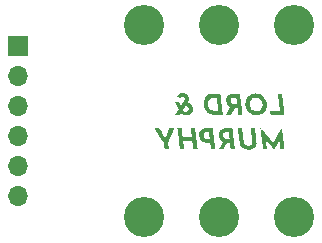
<source format=gbr>
%TF.GenerationSoftware,KiCad,Pcbnew,(6.0.1)*%
%TF.CreationDate,2022-04-11T23:27:34-04:00*%
%TF.ProjectId,TRS_Breakout,5452535f-4272-4656-916b-6f75742e6b69,rev?*%
%TF.SameCoordinates,Original*%
%TF.FileFunction,Soldermask,Bot*%
%TF.FilePolarity,Negative*%
%FSLAX46Y46*%
G04 Gerber Fmt 4.6, Leading zero omitted, Abs format (unit mm)*
G04 Created by KiCad (PCBNEW (6.0.1)) date 2022-04-11 23:27:34*
%MOMM*%
%LPD*%
G01*
G04 APERTURE LIST*
%ADD10R,1.700000X1.700000*%
%ADD11O,1.700000X1.700000*%
%ADD12C,3.400000*%
G04 APERTURE END LIST*
%TO.C,G\u002A\u002A\u002A*%
G36*
X132803141Y-103456092D02*
G01*
X132858589Y-103456491D01*
X132896323Y-103457787D01*
X132919958Y-103460504D01*
X132933107Y-103465167D01*
X132939384Y-103472303D01*
X132942402Y-103482436D01*
X132944124Y-103493827D01*
X132948548Y-103527334D01*
X132955312Y-103580627D01*
X132964180Y-103651792D01*
X132974918Y-103738913D01*
X132987292Y-103840078D01*
X133001066Y-103953371D01*
X133016005Y-104076879D01*
X133031875Y-104208686D01*
X133048441Y-104346880D01*
X133062038Y-104460352D01*
X133078088Y-104593772D01*
X133093265Y-104719368D01*
X133107332Y-104835208D01*
X133120052Y-104939359D01*
X133131187Y-105029891D01*
X133140503Y-105104871D01*
X133147760Y-105162368D01*
X133152723Y-105200450D01*
X133155155Y-105217185D01*
X133161623Y-105249418D01*
X132979012Y-105249418D01*
X132965202Y-105249413D01*
X132899572Y-105249111D01*
X132853406Y-105248067D01*
X132823320Y-105245903D01*
X132805932Y-105242240D01*
X132797860Y-105236701D01*
X132795721Y-105228906D01*
X132795593Y-105226937D01*
X132793319Y-105205281D01*
X132788527Y-105164238D01*
X132781595Y-105106921D01*
X132772905Y-105036445D01*
X132762836Y-104955926D01*
X132751767Y-104868477D01*
X132708491Y-104528560D01*
X132324620Y-104525469D01*
X131940748Y-104522379D01*
X131940824Y-104554773D01*
X131941000Y-104558960D01*
X131943303Y-104585322D01*
X131947915Y-104629754D01*
X131954379Y-104688394D01*
X131962237Y-104757379D01*
X131971032Y-104832847D01*
X131980306Y-104910933D01*
X131989603Y-104987777D01*
X131998464Y-105059515D01*
X132006433Y-105122283D01*
X132013052Y-105172220D01*
X132017864Y-105205463D01*
X132024857Y-105249418D01*
X131842147Y-105249418D01*
X131805797Y-105249346D01*
X131744895Y-105248619D01*
X131702887Y-105246881D01*
X131676695Y-105243853D01*
X131663239Y-105239253D01*
X131659437Y-105232803D01*
X131659437Y-105232738D01*
X131657996Y-105218190D01*
X131653945Y-105182260D01*
X131647502Y-105126797D01*
X131638889Y-105053649D01*
X131628325Y-104964664D01*
X131616030Y-104861690D01*
X131602225Y-104746577D01*
X131587129Y-104621172D01*
X131570963Y-104487323D01*
X131553946Y-104346880D01*
X131553447Y-104342768D01*
X131536463Y-104202662D01*
X131520335Y-104069330D01*
X131505282Y-103944606D01*
X131491523Y-103830322D01*
X131479278Y-103728312D01*
X131468767Y-103640408D01*
X131460210Y-103568443D01*
X131453826Y-103514250D01*
X131449834Y-103479663D01*
X131448454Y-103466513D01*
X131449504Y-103465179D01*
X131467229Y-103461519D01*
X131504648Y-103459133D01*
X131558899Y-103458148D01*
X131627121Y-103458688D01*
X131805788Y-103461924D01*
X131849186Y-103813562D01*
X131853305Y-103846956D01*
X131863874Y-103932787D01*
X131873353Y-104009991D01*
X131881386Y-104075642D01*
X131887613Y-104126811D01*
X131891678Y-104160570D01*
X131893223Y-104173991D01*
X131893294Y-104174138D01*
X131906146Y-104176068D01*
X131938849Y-104177782D01*
X131988072Y-104179265D01*
X132050484Y-104180506D01*
X132122756Y-104181492D01*
X132201559Y-104182212D01*
X132283561Y-104182651D01*
X132365434Y-104182799D01*
X132443847Y-104182643D01*
X132515470Y-104182171D01*
X132576974Y-104181369D01*
X132625028Y-104180226D01*
X132656302Y-104178729D01*
X132667467Y-104176867D01*
X132667368Y-104175633D01*
X132665323Y-104157223D01*
X132660901Y-104119278D01*
X132654452Y-104064747D01*
X132646325Y-103996581D01*
X132636872Y-103917730D01*
X132626442Y-103831144D01*
X132623828Y-103809457D01*
X132613567Y-103723604D01*
X132604378Y-103645594D01*
X132596614Y-103578514D01*
X132590630Y-103525448D01*
X132586780Y-103489482D01*
X132585418Y-103473700D01*
X132586388Y-103469460D01*
X132594035Y-103463762D01*
X132612056Y-103459902D01*
X132643715Y-103457551D01*
X132692279Y-103456380D01*
X132761014Y-103456063D01*
X132803141Y-103456092D01*
G37*
G36*
X135272737Y-102139881D02*
G01*
X135281287Y-102211466D01*
X135287666Y-102265257D01*
X135291654Y-102299427D01*
X135293032Y-102312151D01*
X135292806Y-102312420D01*
X135278453Y-102314165D01*
X135243568Y-102315557D01*
X135190705Y-102316573D01*
X135122419Y-102317188D01*
X135041262Y-102317378D01*
X134949790Y-102317118D01*
X134850554Y-102316384D01*
X134824331Y-102316131D01*
X134715043Y-102315006D01*
X134626040Y-102313861D01*
X134554722Y-102312538D01*
X134498486Y-102310882D01*
X134454731Y-102308735D01*
X134420857Y-102305941D01*
X134394262Y-102302343D01*
X134372345Y-102297785D01*
X134352505Y-102292109D01*
X134332141Y-102285160D01*
X134194333Y-102225545D01*
X134066601Y-102146928D01*
X133955440Y-102052222D01*
X133861608Y-101942319D01*
X133785859Y-101818111D01*
X133728951Y-101680489D01*
X133691641Y-101530346D01*
X133684715Y-101479281D01*
X133679067Y-101393724D01*
X133678693Y-101334513D01*
X134033626Y-101334513D01*
X134039256Y-101441758D01*
X134061765Y-101567698D01*
X134101276Y-101678043D01*
X134157605Y-101772501D01*
X134230567Y-101850779D01*
X134319980Y-101912586D01*
X134425658Y-101957628D01*
X134432118Y-101959658D01*
X134467907Y-101969060D01*
X134508279Y-101976080D01*
X134557949Y-101981231D01*
X134621630Y-101985029D01*
X134704038Y-101987987D01*
X134759089Y-101989236D01*
X134817802Y-101989684D01*
X134864413Y-101989027D01*
X134895147Y-101987329D01*
X134906230Y-101984652D01*
X134905887Y-101979836D01*
X134903212Y-101954246D01*
X134898169Y-101909795D01*
X134891104Y-101849294D01*
X134882357Y-101775551D01*
X134872274Y-101691376D01*
X134861197Y-101599578D01*
X134849470Y-101502965D01*
X134837435Y-101404347D01*
X134825437Y-101306533D01*
X134813817Y-101212332D01*
X134802920Y-101124554D01*
X134793089Y-101046007D01*
X134784667Y-100979500D01*
X134777997Y-100927843D01*
X134773423Y-100893844D01*
X134771287Y-100880313D01*
X134767269Y-100877111D01*
X134744069Y-100871882D01*
X134704547Y-100868174D01*
X134653409Y-100866003D01*
X134595360Y-100865389D01*
X134535103Y-100866348D01*
X134477345Y-100868900D01*
X134426789Y-100873062D01*
X134388141Y-100878851D01*
X134377286Y-100881273D01*
X134278414Y-100915431D01*
X134193180Y-100967944D01*
X134123049Y-101037685D01*
X134069485Y-101123530D01*
X134061681Y-101140036D01*
X134048349Y-101171362D01*
X134039991Y-101199922D01*
X134035494Y-101232266D01*
X134033743Y-101274946D01*
X134033626Y-101334513D01*
X133678693Y-101334513D01*
X133678484Y-101301489D01*
X133682754Y-101210011D01*
X133691666Y-101126724D01*
X133705010Y-101059063D01*
X133743275Y-100948928D01*
X133803204Y-100837761D01*
X133879688Y-100742311D01*
X133971702Y-100663614D01*
X134078220Y-100602705D01*
X134198219Y-100560621D01*
X134221597Y-100555005D01*
X134248618Y-100549761D01*
X134278645Y-100545667D01*
X134314596Y-100542583D01*
X134359390Y-100540371D01*
X134415949Y-100538892D01*
X134487190Y-100538007D01*
X134576034Y-100537578D01*
X134685401Y-100537466D01*
X134794983Y-100537673D01*
X134889004Y-100538370D01*
X134962536Y-100539610D01*
X135017093Y-100541445D01*
X135054189Y-100543927D01*
X135075336Y-100547106D01*
X135082049Y-100551036D01*
X135082050Y-100551105D01*
X135083503Y-100565267D01*
X135087564Y-100600811D01*
X135094012Y-100655897D01*
X135102628Y-100728685D01*
X135113191Y-100817336D01*
X135125484Y-100920010D01*
X135139284Y-101034867D01*
X135154374Y-101160069D01*
X135170533Y-101293774D01*
X135187541Y-101434144D01*
X135188119Y-101438910D01*
X135205092Y-101578928D01*
X135221209Y-101712104D01*
X135236251Y-101836613D01*
X135250000Y-101950629D01*
X135254093Y-101984652D01*
X135262235Y-102052327D01*
X135272737Y-102139881D01*
G37*
G36*
X136875671Y-101650016D02*
G01*
X136891034Y-101776595D01*
X136905262Y-101893402D01*
X136918117Y-101998508D01*
X136929363Y-102089984D01*
X136938764Y-102165901D01*
X136946083Y-102224330D01*
X136951083Y-102263341D01*
X136953528Y-102281006D01*
X136960062Y-102319100D01*
X136608988Y-102319100D01*
X136575784Y-102037789D01*
X136542579Y-101756479D01*
X136303547Y-101756479D01*
X136002169Y-102318923D01*
X135799057Y-102319011D01*
X135595945Y-102319100D01*
X135926289Y-101675768D01*
X135876320Y-101641325D01*
X135869104Y-101636213D01*
X135816718Y-101592625D01*
X135762383Y-101538270D01*
X135713360Y-101480904D01*
X135676908Y-101428283D01*
X135674490Y-101424019D01*
X135654956Y-101384369D01*
X135633339Y-101333657D01*
X135613889Y-101281767D01*
X135603359Y-101249866D01*
X135592127Y-101208003D01*
X135585468Y-101166569D01*
X135582352Y-101119149D01*
X135940404Y-101119149D01*
X135954892Y-101200691D01*
X135960056Y-101216456D01*
X135992261Y-101278773D01*
X136038499Y-101334294D01*
X136093400Y-101377501D01*
X136151598Y-101402875D01*
X136182802Y-101408007D01*
X136231984Y-101412449D01*
X136291189Y-101415456D01*
X136353541Y-101416562D01*
X136501131Y-101416562D01*
X136493801Y-101360886D01*
X136490670Y-101336221D01*
X136485016Y-101290324D01*
X136477742Y-101230412D01*
X136469448Y-101161441D01*
X136460737Y-101088366D01*
X136435002Y-100871522D01*
X136265471Y-100871522D01*
X136243093Y-100871534D01*
X136182386Y-100871921D01*
X136138908Y-100873369D01*
X136107883Y-100876557D01*
X136084539Y-100882165D01*
X136064099Y-100890871D01*
X136041789Y-100903356D01*
X136008067Y-100928267D01*
X135967783Y-100980232D01*
X135944965Y-101044761D01*
X135940404Y-101119149D01*
X135582352Y-101119149D01*
X135582251Y-101117618D01*
X135581346Y-101053202D01*
X135581452Y-101020251D01*
X135583083Y-100964539D01*
X135587320Y-100922543D01*
X135595007Y-100887684D01*
X135606988Y-100853380D01*
X135615292Y-100833640D01*
X135663103Y-100749984D01*
X135726788Y-100680231D01*
X135808356Y-100622536D01*
X135909814Y-100575051D01*
X135926661Y-100568662D01*
X135947688Y-100561381D01*
X135968866Y-100555646D01*
X135993108Y-100551232D01*
X136023324Y-100547915D01*
X136062425Y-100545471D01*
X136113323Y-100543677D01*
X136178929Y-100542308D01*
X136262153Y-100541140D01*
X136365908Y-100539949D01*
X136741367Y-100535779D01*
X136844181Y-101389345D01*
X136847464Y-101416562D01*
X136859409Y-101515595D01*
X136875671Y-101650016D01*
G37*
G36*
X132755296Y-101872577D02*
G01*
X132754257Y-101922077D01*
X132751057Y-101958255D01*
X132744512Y-101987678D01*
X132733437Y-102016910D01*
X132716646Y-102052518D01*
X132697486Y-102087885D01*
X132633794Y-102172892D01*
X132553414Y-102244182D01*
X132459519Y-102299269D01*
X132355282Y-102335668D01*
X132336455Y-102339738D01*
X132258871Y-102349628D01*
X132172288Y-102352419D01*
X132087120Y-102348083D01*
X132013781Y-102336592D01*
X131986148Y-102329335D01*
X131882441Y-102289001D01*
X131789025Y-102232116D01*
X131778513Y-102224419D01*
X131754530Y-102208304D01*
X131741672Y-102201887D01*
X131735285Y-102207662D01*
X131719997Y-102228939D01*
X131700462Y-102260493D01*
X131666234Y-102319100D01*
X131261299Y-102319100D01*
X131339107Y-102193096D01*
X131366601Y-102148575D01*
X131407194Y-102082849D01*
X131446726Y-102018846D01*
X131479570Y-101965679D01*
X131489144Y-101949880D01*
X131891967Y-101949880D01*
X131931009Y-101982511D01*
X131943508Y-101991829D01*
X131984476Y-102015045D01*
X132027855Y-102032327D01*
X132037669Y-102035156D01*
X132095640Y-102046675D01*
X132150458Y-102045892D01*
X132213696Y-102032841D01*
X132216318Y-102032119D01*
X132280431Y-102004169D01*
X132336161Y-101961166D01*
X132376132Y-101908744D01*
X132388983Y-101874537D01*
X132397129Y-101816655D01*
X132394100Y-101755284D01*
X132379723Y-101700426D01*
X132368504Y-101678223D01*
X132336610Y-101634108D01*
X132295580Y-101591894D01*
X132250733Y-101556120D01*
X132207384Y-101531327D01*
X132170850Y-101522053D01*
X132168525Y-101523087D01*
X132154134Y-101538592D01*
X132130403Y-101570488D01*
X132099307Y-101615919D01*
X132062821Y-101672031D01*
X132022919Y-101735966D01*
X131891967Y-101949880D01*
X131489144Y-101949880D01*
X131497595Y-101935933D01*
X131520609Y-101895946D01*
X131536376Y-101865943D01*
X131542225Y-101850819D01*
X131542029Y-101849759D01*
X131534946Y-101832575D01*
X131518676Y-101797873D01*
X131494576Y-101748411D01*
X131464003Y-101686948D01*
X131428315Y-101616244D01*
X131388869Y-101539058D01*
X131235513Y-101240743D01*
X131549848Y-101240743D01*
X131635145Y-101405595D01*
X131653789Y-101441386D01*
X131680698Y-101492104D01*
X131702580Y-101532181D01*
X131717557Y-101558205D01*
X131723754Y-101566763D01*
X131725584Y-101564287D01*
X131737992Y-101545188D01*
X131759618Y-101510717D01*
X131788363Y-101464315D01*
X131822128Y-101409424D01*
X131858813Y-101349486D01*
X131896319Y-101287945D01*
X131932547Y-101228241D01*
X131965397Y-101173817D01*
X131992769Y-101128114D01*
X132012565Y-101094576D01*
X132022685Y-101076645D01*
X132030954Y-101059729D01*
X132056543Y-100987255D01*
X132061115Y-100922940D01*
X132044547Y-100864703D01*
X132006713Y-100810465D01*
X131980674Y-100785655D01*
X131950920Y-100770307D01*
X131909729Y-100763217D01*
X131877204Y-100761994D01*
X131836456Y-100768458D01*
X131796482Y-100786609D01*
X131752418Y-100818863D01*
X131699396Y-100867635D01*
X131628003Y-100937477D01*
X131525050Y-100818582D01*
X131422097Y-100699688D01*
X131490952Y-100633229D01*
X131494472Y-100629852D01*
X131585057Y-100557180D01*
X131682139Y-100506482D01*
X131788049Y-100476826D01*
X131905116Y-100467278D01*
X131957151Y-100469382D01*
X132066746Y-100488702D01*
X132164660Y-100527621D01*
X132249692Y-100585404D01*
X132320643Y-100661322D01*
X132376310Y-100754640D01*
X132403481Y-100825316D01*
X132418620Y-100906820D01*
X132415683Y-100990871D01*
X132394473Y-101081350D01*
X132354796Y-101182136D01*
X132348551Y-101195802D01*
X132330820Y-101234477D01*
X132317924Y-101262429D01*
X132312307Y-101274353D01*
X132315644Y-101277644D01*
X132335037Y-101287597D01*
X132366310Y-101300792D01*
X132380286Y-101306492D01*
X132482040Y-101361110D01*
X132574181Y-101433419D01*
X132652341Y-101519445D01*
X132712150Y-101615215D01*
X132726167Y-101643911D01*
X132740146Y-101675973D01*
X132748757Y-101704715D01*
X132753300Y-101736826D01*
X132755074Y-101778997D01*
X132755267Y-101816655D01*
X132755376Y-101837920D01*
X132755296Y-101872577D01*
G37*
G36*
X130130396Y-103804771D02*
G01*
X130165813Y-103863807D01*
X130215807Y-103946974D01*
X130262617Y-104024653D01*
X130304472Y-104093916D01*
X130339604Y-104151839D01*
X130366243Y-104195494D01*
X130382621Y-104221955D01*
X130425828Y-104290431D01*
X130460486Y-104198513D01*
X130461649Y-104195425D01*
X130475693Y-104157932D01*
X130496278Y-104102729D01*
X130521984Y-104033642D01*
X130551386Y-103954496D01*
X130583064Y-103869117D01*
X130615594Y-103781329D01*
X130736045Y-103456063D01*
X130945734Y-103456063D01*
X130989345Y-103456203D01*
X131063268Y-103457407D01*
X131115027Y-103459888D01*
X131145464Y-103463698D01*
X131155423Y-103468888D01*
X131153500Y-103475179D01*
X131143700Y-103501405D01*
X131126312Y-103545990D01*
X131102139Y-103606936D01*
X131071979Y-103682245D01*
X131036634Y-103769922D01*
X130996905Y-103867969D01*
X130953592Y-103974389D01*
X130907496Y-104087185D01*
X130659570Y-104692658D01*
X130686322Y-104921222D01*
X130686508Y-104922816D01*
X130695200Y-104997067D01*
X130703333Y-105066526D01*
X130710366Y-105126571D01*
X130715757Y-105172578D01*
X130718965Y-105199925D01*
X130724857Y-105250063D01*
X130550878Y-105246810D01*
X130376899Y-105243558D01*
X130344027Y-104971086D01*
X130311155Y-104698615D01*
X129912114Y-104094094D01*
X129904235Y-104082156D01*
X129833841Y-103975379D01*
X129767373Y-103874343D01*
X129705957Y-103780774D01*
X129650721Y-103696398D01*
X129602789Y-103622940D01*
X129563289Y-103562127D01*
X129533347Y-103515685D01*
X129514090Y-103485340D01*
X129506645Y-103472819D01*
X129506385Y-103472054D01*
X129508035Y-103466191D01*
X129518845Y-103461920D01*
X129541671Y-103459006D01*
X129579367Y-103457215D01*
X129634790Y-103456312D01*
X129710797Y-103456063D01*
X129921378Y-103456063D01*
X130130396Y-103804771D01*
G37*
G36*
X138467391Y-103395725D02*
G01*
X138486538Y-103418097D01*
X138518516Y-103455872D01*
X138562132Y-103507632D01*
X138616194Y-103571956D01*
X138679510Y-103647425D01*
X138750889Y-103732619D01*
X138829139Y-103826119D01*
X138913068Y-103926505D01*
X139001484Y-104032357D01*
X139075493Y-104120806D01*
X139160519Y-104221915D01*
X139240253Y-104316191D01*
X139313487Y-104402232D01*
X139379013Y-104478635D01*
X139435621Y-104543999D01*
X139482103Y-104596923D01*
X139517251Y-104636004D01*
X139539855Y-104659840D01*
X139548707Y-104667030D01*
X139548859Y-104666854D01*
X139557042Y-104653874D01*
X139575819Y-104622483D01*
X139604154Y-104574456D01*
X139641011Y-104511567D01*
X139685356Y-104435590D01*
X139736152Y-104348300D01*
X139792364Y-104251470D01*
X139852955Y-104146876D01*
X139916891Y-104036291D01*
X139921678Y-104028003D01*
X139985374Y-103917839D01*
X140045624Y-103813825D01*
X140101398Y-103717730D01*
X140151661Y-103631324D01*
X140195381Y-103556379D01*
X140231526Y-103494663D01*
X140259064Y-103447948D01*
X140276961Y-103418004D01*
X140284185Y-103406600D01*
X140284625Y-103407010D01*
X140287997Y-103422683D01*
X140293834Y-103459443D01*
X140301906Y-103515546D01*
X140311986Y-103589246D01*
X140323843Y-103678798D01*
X140337250Y-103782457D01*
X140351976Y-103898477D01*
X140367794Y-104025113D01*
X140384474Y-104160620D01*
X140401787Y-104303253D01*
X140405666Y-104335407D01*
X140422867Y-104477614D01*
X140439313Y-104612930D01*
X140454778Y-104739534D01*
X140469037Y-104855606D01*
X140481863Y-104959324D01*
X140493031Y-105048870D01*
X140502314Y-105122421D01*
X140509488Y-105178158D01*
X140514325Y-105214260D01*
X140516601Y-105228906D01*
X140516761Y-105229497D01*
X140516970Y-105237327D01*
X140510570Y-105242796D01*
X140494194Y-105246320D01*
X140464477Y-105248320D01*
X140418052Y-105249213D01*
X140351552Y-105249418D01*
X140324483Y-105249307D01*
X140267787Y-105248280D01*
X140222197Y-105246350D01*
X140191824Y-105243729D01*
X140180780Y-105240627D01*
X140179444Y-105225972D01*
X140175611Y-105191719D01*
X140169691Y-105141243D01*
X140162090Y-105077837D01*
X140153218Y-105004791D01*
X140143482Y-104925397D01*
X140133291Y-104842947D01*
X140123054Y-104760731D01*
X140113179Y-104682041D01*
X140104073Y-104610168D01*
X140096146Y-104548403D01*
X140089805Y-104500037D01*
X140085460Y-104468363D01*
X140083518Y-104456670D01*
X140083175Y-104456892D01*
X140074651Y-104469483D01*
X140055791Y-104499706D01*
X140027904Y-104545397D01*
X139992297Y-104604390D01*
X139950279Y-104674521D01*
X139903156Y-104753625D01*
X139852237Y-104839536D01*
X139842836Y-104855428D01*
X139792339Y-104940478D01*
X139745735Y-105018463D01*
X139704356Y-105087192D01*
X139669532Y-105144475D01*
X139642593Y-105188120D01*
X139624870Y-105215936D01*
X139617694Y-105225732D01*
X139613227Y-105221454D01*
X139595285Y-105201144D01*
X139565128Y-105165783D01*
X139524288Y-105117203D01*
X139474298Y-105057240D01*
X139416692Y-104987727D01*
X139353002Y-104910498D01*
X139284761Y-104827388D01*
X139238137Y-104770541D01*
X139172216Y-104690364D01*
X139111623Y-104616902D01*
X139057941Y-104552060D01*
X139012756Y-104497746D01*
X138977649Y-104455867D01*
X138954206Y-104428329D01*
X138944008Y-104417041D01*
X138942867Y-104416119D01*
X138933795Y-104414038D01*
X138934243Y-104431757D01*
X138936412Y-104447433D01*
X138940987Y-104483172D01*
X138947489Y-104535216D01*
X138955519Y-104600265D01*
X138964678Y-104675023D01*
X138974568Y-104756192D01*
X138984788Y-104840474D01*
X138994941Y-104924572D01*
X139004628Y-105005189D01*
X139013449Y-105079026D01*
X139021006Y-105142785D01*
X139026899Y-105193171D01*
X139030730Y-105226884D01*
X139032099Y-105240627D01*
X139029662Y-105242099D01*
X139009169Y-105244987D01*
X138971209Y-105247306D01*
X138919868Y-105248846D01*
X138859230Y-105249402D01*
X138686341Y-105249386D01*
X138573448Y-104320491D01*
X138566687Y-104264839D01*
X138549417Y-104122436D01*
X138533103Y-103987574D01*
X138517954Y-103862000D01*
X138504179Y-103747463D01*
X138491988Y-103645709D01*
X138481588Y-103558488D01*
X138473190Y-103487545D01*
X138467002Y-103434630D01*
X138463235Y-103401490D01*
X138462096Y-103389872D01*
X138467391Y-103395725D01*
G37*
G36*
X136927749Y-103494157D02*
G01*
X136929873Y-103509011D01*
X136934693Y-103545975D01*
X136941721Y-103601583D01*
X136950647Y-103673324D01*
X136961160Y-103758689D01*
X136972951Y-103855169D01*
X136985707Y-103960252D01*
X136999121Y-104071430D01*
X137010529Y-104165281D01*
X137023770Y-104271742D01*
X137036321Y-104370090D01*
X137047844Y-104457796D01*
X137058000Y-104532332D01*
X137066449Y-104591169D01*
X137072853Y-104631779D01*
X137076873Y-104651633D01*
X137080216Y-104661351D01*
X137108432Y-104717878D01*
X137149580Y-104775617D01*
X137197484Y-104825656D01*
X137213768Y-104839297D01*
X137290938Y-104888738D01*
X137372503Y-104919175D01*
X137455190Y-104930809D01*
X137535726Y-104923836D01*
X137610840Y-104898455D01*
X137677258Y-104854866D01*
X137731708Y-104793265D01*
X137740461Y-104780090D01*
X137752782Y-104759965D01*
X137762658Y-104739687D01*
X137770049Y-104717153D01*
X137774917Y-104690263D01*
X137777224Y-104656915D01*
X137776931Y-104615009D01*
X137774000Y-104562443D01*
X137768393Y-104497116D01*
X137760071Y-104416927D01*
X137748996Y-104319776D01*
X137735129Y-104203559D01*
X137718433Y-104066178D01*
X137717110Y-104055318D01*
X137703403Y-103942405D01*
X137690631Y-103836413D01*
X137679069Y-103739678D01*
X137668992Y-103654533D01*
X137660675Y-103583316D01*
X137654393Y-103528360D01*
X137650420Y-103492002D01*
X137649031Y-103476576D01*
X137649035Y-103476066D01*
X137651169Y-103468283D01*
X137659576Y-103462814D01*
X137677690Y-103459259D01*
X137708943Y-103457216D01*
X137756770Y-103456285D01*
X137824604Y-103456063D01*
X137866787Y-103456092D01*
X137922216Y-103456491D01*
X137959933Y-103457787D01*
X137983550Y-103460504D01*
X137996679Y-103465167D01*
X138002932Y-103472303D01*
X138005921Y-103482436D01*
X138009903Y-103505456D01*
X138016329Y-103550530D01*
X138024520Y-103613182D01*
X138034147Y-103690494D01*
X138044883Y-103779549D01*
X138056401Y-103877429D01*
X138068374Y-103981215D01*
X138080473Y-104087990D01*
X138092371Y-104194836D01*
X138103742Y-104298835D01*
X138114256Y-104397070D01*
X138123588Y-104486621D01*
X138131408Y-104564572D01*
X138137391Y-104628005D01*
X138141208Y-104674001D01*
X138142532Y-104699642D01*
X138140963Y-104753708D01*
X138131884Y-104823997D01*
X138112424Y-104889714D01*
X138079984Y-104961758D01*
X138035052Y-105032681D01*
X137964996Y-105107838D01*
X137879779Y-105172145D01*
X137783544Y-105222552D01*
X137680435Y-105256006D01*
X137628245Y-105263985D01*
X137556997Y-105268238D01*
X137478277Y-105268072D01*
X137399750Y-105263726D01*
X137329078Y-105255435D01*
X137273927Y-105243437D01*
X137273049Y-105243167D01*
X137145675Y-105192968D01*
X137030321Y-105125498D01*
X136929023Y-105042709D01*
X136843820Y-104946554D01*
X136776749Y-104838987D01*
X136729849Y-104721961D01*
X136728058Y-104714328D01*
X136722497Y-104682746D01*
X136714690Y-104632050D01*
X136704995Y-104565039D01*
X136693773Y-104484512D01*
X136681381Y-104393267D01*
X136668180Y-104294102D01*
X136654530Y-104189814D01*
X136640788Y-104083203D01*
X136627314Y-103977066D01*
X136614469Y-103874202D01*
X136602610Y-103777408D01*
X136592098Y-103689483D01*
X136583291Y-103613226D01*
X136576549Y-103551433D01*
X136572231Y-103506904D01*
X136570696Y-103482436D01*
X136570880Y-103475499D01*
X136573522Y-103467367D01*
X136582112Y-103461893D01*
X136600150Y-103458553D01*
X136631135Y-103456819D01*
X136678565Y-103456164D01*
X136745939Y-103456063D01*
X136921227Y-103456063D01*
X136927749Y-103494157D01*
G37*
G36*
X140303407Y-100575560D02*
G01*
X140303937Y-100578920D01*
X140307580Y-100605465D01*
X140313549Y-100651842D01*
X140321572Y-100715782D01*
X140331379Y-100795017D01*
X140342696Y-100887278D01*
X140355253Y-100990297D01*
X140368778Y-101101805D01*
X140382999Y-101219534D01*
X140397643Y-101341215D01*
X140412440Y-101464579D01*
X140427117Y-101587359D01*
X140441404Y-101707285D01*
X140455027Y-101822089D01*
X140467715Y-101929502D01*
X140479198Y-102027257D01*
X140489201Y-102113083D01*
X140497455Y-102184714D01*
X140503687Y-102239880D01*
X140507626Y-102276313D01*
X140508999Y-102291744D01*
X140508999Y-102319100D01*
X139329196Y-102319100D01*
X139314926Y-102187235D01*
X139309851Y-102141797D01*
X139303600Y-102089393D01*
X139298184Y-102047747D01*
X139294390Y-102023138D01*
X139288124Y-101990904D01*
X140122197Y-101990904D01*
X140122197Y-101962972D01*
X140121318Y-101951688D01*
X140117837Y-101918269D01*
X140111944Y-101865462D01*
X140103895Y-101795430D01*
X140093941Y-101710337D01*
X140082336Y-101612346D01*
X140069335Y-101503622D01*
X140055190Y-101386327D01*
X140040155Y-101262626D01*
X140028142Y-101163890D01*
X140013797Y-101045199D01*
X140000543Y-100934675D01*
X139988632Y-100834475D01*
X139978319Y-100746757D01*
X139969857Y-100673677D01*
X139963498Y-100617392D01*
X139959497Y-100580061D01*
X139958106Y-100563839D01*
X139958220Y-100558019D01*
X139960459Y-100549431D01*
X139968343Y-100543646D01*
X139985433Y-100540111D01*
X140015287Y-100538272D01*
X140061465Y-100537575D01*
X140127526Y-100537466D01*
X140296954Y-100537466D01*
X140303407Y-100575560D01*
G37*
G36*
X134543102Y-104339654D02*
G01*
X134560122Y-104480135D01*
X134576288Y-104614105D01*
X134591379Y-104739702D01*
X134605173Y-104855065D01*
X134617450Y-104958330D01*
X134627990Y-105047637D01*
X134636572Y-105121122D01*
X134642975Y-105176924D01*
X134646979Y-105213181D01*
X134648362Y-105228030D01*
X134648329Y-105229621D01*
X134645991Y-105237424D01*
X134637492Y-105242864D01*
X134619376Y-105246363D01*
X134588187Y-105248341D01*
X134540469Y-105249219D01*
X134472766Y-105249418D01*
X134430611Y-105249390D01*
X134375173Y-105248990D01*
X134337447Y-105247695D01*
X134313821Y-105244978D01*
X134300682Y-105240314D01*
X134294418Y-105233178D01*
X134291414Y-105223045D01*
X134291306Y-105222518D01*
X134288595Y-105204382D01*
X134283706Y-105167731D01*
X134277153Y-105116741D01*
X134269448Y-105055590D01*
X134261106Y-104988455D01*
X134252639Y-104919513D01*
X134244560Y-104852941D01*
X134237383Y-104792916D01*
X134231622Y-104743616D01*
X134227788Y-104709217D01*
X134226396Y-104693896D01*
X134218747Y-104692531D01*
X134191140Y-104690470D01*
X134146996Y-104688144D01*
X134090092Y-104685749D01*
X134024204Y-104683477D01*
X133921361Y-104678501D01*
X133823033Y-104668366D01*
X133740418Y-104652153D01*
X133669546Y-104628498D01*
X133606451Y-104596039D01*
X133547164Y-104553412D01*
X133487718Y-104499257D01*
X133428475Y-104432875D01*
X133364057Y-104332882D01*
X133319871Y-104222604D01*
X133295475Y-104100850D01*
X133294182Y-104066424D01*
X133652644Y-104066424D01*
X133655861Y-104100521D01*
X133666384Y-104133809D01*
X133686330Y-104176895D01*
X133690150Y-104184460D01*
X133736845Y-104253288D01*
X133796069Y-104302694D01*
X133869123Y-104333796D01*
X133890330Y-104337846D01*
X133934185Y-104342461D01*
X133989010Y-104345625D01*
X134047647Y-104346815D01*
X134057933Y-104346814D01*
X134112184Y-104346361D01*
X134147533Y-104344700D01*
X134167910Y-104341221D01*
X134177245Y-104335313D01*
X134179469Y-104326368D01*
X134179391Y-104324267D01*
X134177404Y-104301983D01*
X134173063Y-104261144D01*
X134166797Y-104205577D01*
X134159036Y-104139110D01*
X134150208Y-104065570D01*
X134148007Y-104047427D01*
X134139414Y-103975691D01*
X134131984Y-103912270D01*
X134126146Y-103860902D01*
X134122324Y-103825324D01*
X134120947Y-103809274D01*
X134114798Y-103803444D01*
X134089734Y-103798143D01*
X134049779Y-103795534D01*
X133999719Y-103795411D01*
X133944338Y-103797563D01*
X133888420Y-103801784D01*
X133836749Y-103807864D01*
X133794111Y-103815594D01*
X133765290Y-103824768D01*
X133740844Y-103838811D01*
X133696749Y-103882017D01*
X133668250Y-103941661D01*
X133654769Y-104018758D01*
X133654616Y-104020911D01*
X133652644Y-104066424D01*
X133294182Y-104066424D01*
X133290428Y-103966430D01*
X133291175Y-103944046D01*
X133293782Y-103891532D01*
X133298255Y-103852743D01*
X133306186Y-103820437D01*
X133319164Y-103787370D01*
X133338782Y-103746301D01*
X133366414Y-103696517D01*
X133422339Y-103624041D01*
X133491497Y-103566121D01*
X133576850Y-103520497D01*
X133681357Y-103484912D01*
X133697318Y-103481084D01*
X133729817Y-103475617D01*
X133772174Y-103471108D01*
X133827108Y-103467389D01*
X133897335Y-103464291D01*
X133985571Y-103461647D01*
X134094532Y-103459286D01*
X134119946Y-103458827D01*
X134204855Y-103457628D01*
X134280830Y-103457060D01*
X134344970Y-103457109D01*
X134394375Y-103457763D01*
X134426145Y-103459008D01*
X134437379Y-103460832D01*
X134437381Y-103460882D01*
X134438842Y-103474210D01*
X134442908Y-103508928D01*
X134449359Y-103563212D01*
X134457977Y-103635237D01*
X134468540Y-103723178D01*
X134480831Y-103825210D01*
X134494629Y-103939509D01*
X134509714Y-104064249D01*
X134525868Y-104197605D01*
X134541490Y-104326368D01*
X134542871Y-104337752D01*
X134543102Y-104339654D01*
G37*
G36*
X136207751Y-104356531D02*
G01*
X136224740Y-104496757D01*
X136240874Y-104630278D01*
X136255933Y-104755252D01*
X136269697Y-104869838D01*
X136281946Y-104972198D01*
X136292461Y-105060489D01*
X136301022Y-105132871D01*
X136307410Y-105187504D01*
X136311403Y-105222548D01*
X136312783Y-105236161D01*
X136310590Y-105239639D01*
X136295194Y-105244156D01*
X136263159Y-105246763D01*
X136212232Y-105247598D01*
X136140163Y-105246801D01*
X135967542Y-105243558D01*
X135935703Y-104985690D01*
X135931668Y-104952892D01*
X135922723Y-104879254D01*
X135914976Y-104814209D01*
X135908854Y-104761426D01*
X135904786Y-104724570D01*
X135903201Y-104707309D01*
X135901174Y-104699025D01*
X135892193Y-104692632D01*
X135872153Y-104688942D01*
X135836929Y-104687259D01*
X135782395Y-104686885D01*
X135662252Y-104686974D01*
X135511563Y-104968196D01*
X135360875Y-105249418D01*
X134951217Y-105249418D01*
X135003318Y-105152718D01*
X135013367Y-105133974D01*
X135044284Y-105075442D01*
X135078407Y-105009807D01*
X135114181Y-104940170D01*
X135150050Y-104869633D01*
X135184458Y-104801296D01*
X135215848Y-104738260D01*
X135242664Y-104683628D01*
X135263349Y-104640499D01*
X135276348Y-104611975D01*
X135280105Y-104601157D01*
X135275163Y-104597840D01*
X135255099Y-104584386D01*
X135225956Y-104564850D01*
X135147758Y-104501284D01*
X135073030Y-104413247D01*
X135012729Y-104309310D01*
X134968120Y-104191698D01*
X134940468Y-104062639D01*
X134936557Y-104020933D01*
X135298658Y-104020933D01*
X135303514Y-104089500D01*
X135323363Y-104157237D01*
X135357805Y-104220466D01*
X135406435Y-104275504D01*
X135468851Y-104318673D01*
X135474342Y-104321105D01*
X135505054Y-104329160D01*
X135549469Y-104336012D01*
X135602961Y-104341474D01*
X135660909Y-104345356D01*
X135718688Y-104347470D01*
X135771675Y-104347626D01*
X135815248Y-104345637D01*
X135844781Y-104341313D01*
X135855653Y-104334465D01*
X135854419Y-104317481D01*
X135850704Y-104281383D01*
X135845020Y-104230832D01*
X135837885Y-104170022D01*
X135829816Y-104103146D01*
X135821331Y-104034397D01*
X135812949Y-103967969D01*
X135805187Y-103908055D01*
X135798564Y-103858849D01*
X135793596Y-103824543D01*
X135790801Y-103809332D01*
X135778953Y-103802859D01*
X135748109Y-103798211D01*
X135703313Y-103795931D01*
X135649441Y-103795851D01*
X135591368Y-103797799D01*
X135533969Y-103801605D01*
X135482120Y-103807099D01*
X135440695Y-103814111D01*
X135414571Y-103822471D01*
X135378081Y-103847062D01*
X135335539Y-103896034D01*
X135309199Y-103955218D01*
X135298658Y-104020933D01*
X134936557Y-104020933D01*
X134934477Y-103998751D01*
X134939545Y-103888596D01*
X134965067Y-103788225D01*
X135010703Y-103698746D01*
X135076110Y-103621272D01*
X135124464Y-103579643D01*
X135180900Y-103542930D01*
X135245625Y-103514189D01*
X135326214Y-103489428D01*
X135346886Y-103484287D01*
X135377556Y-103478113D01*
X135412223Y-103473181D01*
X135454129Y-103469263D01*
X135506514Y-103466134D01*
X135572619Y-103463567D01*
X135655685Y-103461336D01*
X135758953Y-103459215D01*
X135795178Y-103458556D01*
X135889629Y-103457100D01*
X135963558Y-103456486D01*
X136019148Y-103456770D01*
X136058584Y-103458007D01*
X136084049Y-103460255D01*
X136097726Y-103463568D01*
X136101800Y-103468002D01*
X136101801Y-103468072D01*
X136103249Y-103482456D01*
X136107306Y-103518221D01*
X136113752Y-103573522D01*
X136122366Y-103646516D01*
X136132930Y-103735357D01*
X136145224Y-103838203D01*
X136159026Y-103953208D01*
X136174118Y-104078529D01*
X136190280Y-104212321D01*
X136205078Y-104334465D01*
X136207292Y-104352741D01*
X136207751Y-104356531D01*
G37*
G36*
X138997045Y-101668106D02*
G01*
X138970179Y-101787698D01*
X138928077Y-101894171D01*
X138878169Y-101980497D01*
X138796020Y-102084796D01*
X138698358Y-102171798D01*
X138584891Y-102241707D01*
X138455331Y-102294727D01*
X138309388Y-102331063D01*
X138258596Y-102336709D01*
X138187985Y-102338528D01*
X138108614Y-102336220D01*
X138027868Y-102330183D01*
X137953133Y-102320816D01*
X137891794Y-102308518D01*
X137853638Y-102297503D01*
X137728776Y-102246892D01*
X137610773Y-102177250D01*
X137504505Y-102091795D01*
X137414847Y-101993744D01*
X137357440Y-101908852D01*
X137303338Y-101809059D01*
X137257622Y-101704372D01*
X137224831Y-101604102D01*
X137223798Y-101600086D01*
X137207247Y-101509070D01*
X137199120Y-101405863D01*
X137199238Y-101362583D01*
X137555890Y-101362583D01*
X137560616Y-101475112D01*
X137586467Y-101588647D01*
X137633732Y-101700713D01*
X137647272Y-101725268D01*
X137713778Y-101819205D01*
X137793354Y-101894006D01*
X137885421Y-101949209D01*
X137989402Y-101984353D01*
X138016085Y-101989701D01*
X138089382Y-101998695D01*
X138164500Y-102001141D01*
X138233344Y-101996989D01*
X138287818Y-101986190D01*
X138315926Y-101976448D01*
X138412335Y-101928186D01*
X138494038Y-101862107D01*
X138560215Y-101779178D01*
X138610047Y-101680371D01*
X138642712Y-101566654D01*
X138648148Y-101537807D01*
X138653799Y-101497379D01*
X138654773Y-101460844D01*
X138651069Y-101419248D01*
X138642688Y-101363637D01*
X138624195Y-101278311D01*
X138582748Y-101165240D01*
X138525344Y-101068409D01*
X138452976Y-100988645D01*
X138366640Y-100926778D01*
X138267331Y-100883634D01*
X138156044Y-100860042D01*
X138033773Y-100856829D01*
X137978558Y-100862423D01*
X137880952Y-100887321D01*
X137794437Y-100931768D01*
X137716126Y-100997041D01*
X137665564Y-101055780D01*
X137608654Y-101150442D01*
X137571999Y-101253535D01*
X137555890Y-101362583D01*
X137199238Y-101362583D01*
X137199411Y-101298983D01*
X137208111Y-101196951D01*
X137225216Y-101108287D01*
X137247038Y-101039396D01*
X137302741Y-100919441D01*
X137376222Y-100812970D01*
X137465871Y-100721067D01*
X137570078Y-100644821D01*
X137687232Y-100585316D01*
X137815723Y-100543638D01*
X137953942Y-100520873D01*
X138100277Y-100518108D01*
X138144832Y-100520971D01*
X138257248Y-100535146D01*
X138357690Y-100559699D01*
X138453524Y-100596260D01*
X138457492Y-100598055D01*
X138578595Y-100665869D01*
X138688917Y-100753258D01*
X138786487Y-100858115D01*
X138869336Y-100978334D01*
X138935495Y-101111809D01*
X138951233Y-101153216D01*
X138985766Y-101277949D01*
X139004883Y-101408497D01*
X139006372Y-101460844D01*
X139008628Y-101540127D01*
X138997045Y-101668106D01*
G37*
%TD*%
D10*
%TO.C,J2*%
X117921875Y-96520000D03*
D11*
X117921875Y-99060000D03*
X117921875Y-101600000D03*
X117921875Y-104140000D03*
X117921875Y-106680000D03*
X117921875Y-109220000D03*
%TD*%
D12*
%TO.C,J1*%
X134987500Y-94755000D03*
X134987500Y-110985000D03*
X141337500Y-94755000D03*
X141337500Y-110985000D03*
X128637500Y-94755000D03*
X128637500Y-110985000D03*
%TD*%
M02*

</source>
